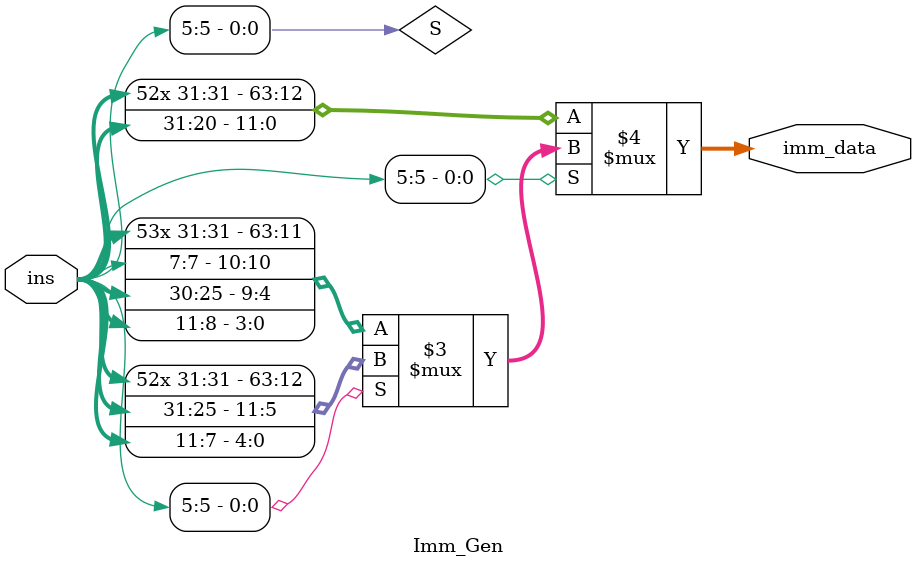
<source format=v>
`timescale 1ns / 1ps
module Imm_Gen(
  input [31:0] ins,
  output [63:0] imm_data
);
  wire S = ins [6:5];
  assign imm_data = (S==2'b0) ? {{52{ins[31]}},ins[31:20]} : 
    (S==2'b1) ? {{52{ins[31]}},ins[31:25], ins[11:7]} : 
  	{{53{ins[31]}}, ins[7], ins[30:25], ins[11:8]};
endmodule
</source>
